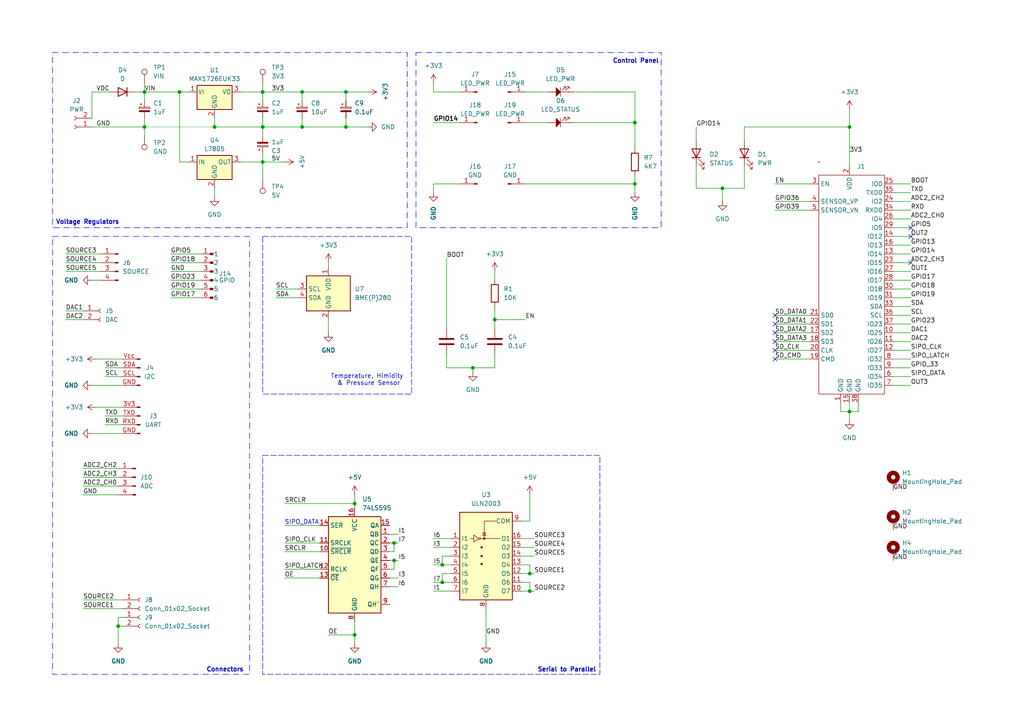
<source format=kicad_sch>
(kicad_sch (version 20231120) (generator "eeschema") (generator_version "8.0")
  (paper "A4")
  (junction (at 590.55 85.09))
  (junction (at 595.63 139.7))
  (junction (at 102.87 184.15))
  (junction (at 87.63 26.67))
  (junction (at 518.16 15.24))
  (junction (at 62.23 36.83))
  (junction (at 153.67 166.37))
  (junction (at 76.2 36.83))
  (junction (at 184.15 35.56))
  (junction (at 487.68 22.86))
  (junction (at 153.67 171.45))
  (junction (at 128.27 168.91))
  (junction (at 100.33 36.83))
  (junction (at 595.63 116.84))
  (junction (at 595.63 132.08))
  (junction (at 595.63 124.46))
  (junction (at 246.38 36.83))
  (junction (at 543.56 57.15))
  (junction (at 41.91 36.83))
  (junction (at 52.07 26.67))
  (junction (at 478.79 156.21))
  (junction (at 76.2 46.99))
  (junction (at 114.3 157.48))
  (junction (at 543.56 93.98))
  (junction (at 377.19 151.13))
  (junction (at 246.38 119.38))
  (junction (at 114.3 162.56))
  (junction (at 401.32 163.83))
  (junction (at 143.51 92.71))
  (junction (at 495.3 168.91))
  (junction (at 100.33 26.67))
  (junction (at 76.2 26.67))
  (junction (at 595.63 128.27))
  (junction (at 41.91 26.67))
  (junction (at 87.63 36.83))
  (junction (at 102.87 146.05))
  (junction (at 184.15 53.34))
  (junction (at 450.85 99.06))
  (junction (at 495.3 156.21))
  (junction (at 137.16 106.68))
  (junction (at 487.68 15.24))
  (junction (at 209.55 54.61))
  (junction (at 595.63 135.89))
  (junction (at 504.19 22.86))
  (junction (at 595.63 120.65))
  (junction (at 128.27 163.83))
  (junction (at 34.29 181.61))
  (no_connect (at 224.79 96.52))
  (no_connect (at 224.79 104.14))
  (no_connect (at 361.95 113.03))
  (no_connect (at 224.79 99.06))
  (no_connect (at 264.16 66.04))
  (no_connect (at 264.16 76.2))
  (no_connect (at 264.16 68.58))
  (no_connect (at 224.79 93.98))
  (no_connect (at 224.79 101.6))
  (no_connect (at 224.79 91.44))
  (wire (pts (xy 478.79 168.91) (xy 476.25 168.91)))
  (wire (pts (xy 114.3 162.56) (xy 114.3 165.1)))
  (wire (pts (xy 259.08 58.42) (xy 264.16 58.42)))
  (wire (pts (xy 553.72 62.23) (xy 556.26 62.23)))
  (wire (pts (xy 62.23 54.61) (xy 62.23 57.15)))
  (wire (pts (xy 52.07 26.67) (xy 54.61 26.67)))
  (wire (pts (xy 588.01 135.89) (xy 595.63 135.89)))
  (wire (pts (xy 482.6 95.25) (xy 492.76 95.25)))
  (wire (pts (xy 113.03 162.56) (xy 114.3 162.56)))
  (wire (pts (xy 224.79 101.6) (xy 234.95 101.6)))
  (wire (pts (xy 34.29 179.07) (xy 34.29 181.61)))
  (wire (pts (xy 30.48 109.22) (xy 35.56 109.22)))
  (wire (pts (xy 151.13 171.45) (xy 153.67 171.45)))
  (wire (pts (xy 41.91 36.83) (xy 62.23 36.83)) (stroke (width 0.0254)))
  (wire (pts (xy 482.6 97.79) (xy 492.76 97.79)))
  (wire (pts (xy 358.14 171.45) (xy 361.95 171.45)))
  (wire (pts (xy 102.87 180.34) (xy 102.87 184.15)))
  (wire (pts (xy 82.55 157.48) (xy 92.71 157.48)))
  (wire (pts (xy 572.77 120.65) (xy 580.39 120.65)))
  (wire (pts (xy 184.15 26.67) (xy 184.15 35.56)))
  (wire (pts (xy 615.95 24.13) (xy 622.3 24.13)))
  (wire (pts (xy 588.01 124.46) (xy 595.63 124.46)))
  (wire (pts (xy 184.15 50.8) (xy 184.15 53.34)))
  (wire (pts (xy 24.13 173.99) (xy 35.56 173.99)))
  (wire (pts (xy 129.54 106.68) (xy 137.16 106.68)))
  (wire (pts (xy 595.63 139.7) (xy 595.63 143.51)))
  (wire (pts (xy 41.91 26.67) (xy 52.07 26.67)))
  (wire (pts (xy 590.55 85.09) (xy 590.55 93.98)))
  (wire (pts (xy 259.08 63.5) (xy 264.16 63.5)))
  (wire (pts (xy 209.55 54.61) (xy 215.9 54.61)))
  (wire (pts (xy 588.01 120.65) (xy 595.63 120.65)))
  (wire (pts (xy 495.3 158.75) (xy 495.3 156.21)))
  (wire (pts (xy 377.19 151.13) (xy 382.27 151.13)))
  (wire (pts (xy 224.79 99.06) (xy 234.95 99.06)))
  (wire (pts (xy 54.61 46.99) (xy 52.07 46.99)))
  (wire (pts (xy 30.48 120.65) (xy 35.56 120.65)))
  (wire (pts (xy 495.3 156.21) (xy 504.19 156.21)))
  (wire (pts (xy 482.6 130.81) (xy 494.03 130.81)))
  (wire (pts (xy 518.16 62.23) (xy 533.4 62.23)))
  (wire (pts (xy 24.13 140.97) (xy 34.29 140.97)))
  (wire (pts (xy 401.32 142.24) (xy 401.32 146.05)))
  (wire (pts (xy 82.55 160.02) (xy 92.71 160.02)))
  (wire (pts (xy 604.52 48.26) (xy 604.52 59.69)))
  (wire (pts (xy 574.04 67.31) (xy 580.39 67.31)))
  (wire (pts (xy 246.38 31.75) (xy 246.38 36.83)))
  (wire (pts (xy 259.08 78.74) (xy 264.16 78.74)))
  (wire (pts (xy 128.27 163.83) (xy 130.81 163.83)))
  (wire (pts (xy 128.27 168.91) (xy 130.81 168.91)))
  (wire (pts (xy 259.08 81.28) (xy 264.16 81.28)))
  (wire (pts (xy 615.95 26.67) (xy 622.3 26.67)))
  (wire (pts (xy 615.95 19.05) (xy 622.3 19.05)))
  (wire (pts (xy 482.6 125.73) (xy 494.03 125.73)))
  (wire (pts (xy 553.72 77.47) (xy 556.26 77.47)))
  (wire (pts (xy 482.6 15.24) (xy 487.68 15.24)))
  (wire (pts (xy 27.94 104.14) (xy 35.56 104.14)))
  (wire (pts (xy 153.67 171.45) (xy 154.94 171.45)))
  (wire (pts (xy 572.77 128.27) (xy 580.39 128.27)))
  (wire (pts (xy 125.73 156.21) (xy 130.81 156.21)))
  (wire (pts (xy 389.89 151.13) (xy 393.7 151.13)))
  (wire (pts (xy 453.39 95.25) (xy 453.39 99.06)))
  (wire (pts (xy 62.23 34.29) (xy 62.23 36.83)))
  (wire (pts (xy 100.33 36.83) (xy 106.68 36.83)))
  (wire (pts (xy 151.13 156.21) (xy 154.94 156.21)))
  (wire (pts (xy 29.21 78.74) (xy 19.05 78.74)))
  (wire (pts (xy 551.22 22.73) (xy 558.84 22.73)))
  (wire (pts (xy 243.84 119.38) (xy 246.38 119.38)))
  (wire (pts (xy 114.3 157.48) (xy 115.57 157.48)))
  (wire (pts (xy 125.73 26.67) (xy 125.73 24.13)))
  (wire (pts (xy 76.2 34.29) (xy 76.2 36.83)))
  (wire (pts (xy 29.21 73.66) (xy 19.05 73.66)))
  (wire (pts (xy 259.08 53.34) (xy 264.16 53.34)))
  (wire (pts (xy 87.63 26.67) (xy 87.63 29.21)))
  (wire (pts (xy 504.19 22.86) (xy 504.19 26.67)))
  (wire (pts (xy 49.53 81.28) (xy 58.42 81.28)))
  (wire (pts (xy 595.63 120.65) (xy 595.63 124.46)))
  (wire (pts (xy 153.67 151.13) (xy 151.13 151.13)))
  (wire (pts (xy 574.04 62.23) (xy 580.39 62.23)))
  (wire (pts (xy 462.28 67.31) (xy 467.36 67.31)))
  (wire (pts (xy 201.93 36.83) (xy 201.93 40.64)))
  (wire (pts (xy 469.9 15.24) (xy 474.98 15.24)))
  (wire (pts (xy 49.53 83.82) (xy 58.42 83.82)))
  (wire (pts (xy 151.13 168.91) (xy 153.67 168.91)))
  (wire (pts (xy 26.67 81.28) (xy 29.21 81.28)))
  (wire (pts (xy 518.16 67.31) (xy 533.4 67.31)))
  (wire (pts (xy 102.87 146.05) (xy 102.87 147.32)))
  (wire (pts (xy 595.63 128.27) (xy 595.63 132.08)))
  (wire (pts (xy 458.47 168.91) (xy 461.01 168.91)))
  (wire (pts (xy 595.63 116.84) (xy 595.63 120.65)))
  (wire (pts (xy 504.19 163.83) (xy 504.19 168.91)))
  (wire (pts (xy 631.19 8.89) (xy 631.19 12.7)))
  (wire (pts (xy 604.52 59.69) (xy 600.71 59.69)))
  (wire (pts (xy 125.73 53.34) (xy 125.73 55.88)))
  (wire (pts (xy 615.95 77.47) (xy 621.03 77.47)))
  (wire (pts (xy 234.95 53.34) (xy 224.79 53.34)))
  (wire (pts (xy 358.14 173.99) (xy 361.95 173.99)))
  (wire (pts (xy 166.37 35.56) (xy 184.15 35.56)))
  (wire (pts (xy 133.35 26.67) (xy 125.73 26.67)))
  (wire (pts (xy 102.87 143.51) (xy 102.87 146.05)))
  (wire (pts (xy 26.67 26.67) (xy 31.75 26.67)))
  (wire (pts (xy 574.04 64.77) (xy 580.39 64.77)))
  (wire (pts (xy 243.84 116.84) (xy 243.84 119.38)))
  (wire (pts (xy 434.34 55.88) (xy 438.15 55.88)))
  (wire (pts (xy 588.01 132.08) (xy 595.63 132.08)))
  (wire (pts (xy 41.91 39.37) (xy 41.91 36.83)))
  (wire (pts (xy 19.05 90.17) (xy 24.13 90.17)))
  (wire (pts (xy 224.79 60.96) (xy 234.95 60.96)))
  (wire (pts (xy 543.56 48.26) (xy 543.56 57.15)))
  (wire (pts (xy 543.56 93.98) (xy 543.56 96.52)))
  (wire (pts (xy 504.19 161.29) (xy 506.73 161.29)))
  (wire (pts (xy 574.04 74.93) (xy 580.39 74.93)))
  (wire (pts (xy 49.53 76.2) (xy 58.42 76.2)))
  (wire (pts (xy 34.29 181.61) (xy 35.56 181.61)))
  (wire (pts (xy 27.94 118.11) (xy 35.56 118.11)))
  (wire (pts (xy 41.91 26.67) (xy 41.91 29.21)))
  (wire (pts (xy 143.51 88.9) (xy 143.51 92.71)))
  (wire (pts (xy 143.51 92.71) (xy 152.4 92.71)))
  (wire (pts (xy 153.67 163.83) (xy 153.67 166.37)))
  (wire (pts (xy 518.16 74.93) (xy 533.4 74.93)))
  (wire (pts (xy 259.08 106.68) (xy 264.16 106.68)))
  (wire (pts (xy 41.91 34.29) (xy 41.91 36.83)))
  (wire (pts (xy 209.55 58.42) (xy 209.55 54.61)))
  (wire (pts (xy 152.4 35.56) (xy 158.75 35.56)))
  (wire (pts (xy 615.95 74.93) (xy 621.03 74.93)))
  (wire (pts (xy 224.79 93.98) (xy 234.95 93.98)))
  (wire (pts (xy 153.67 143.51) (xy 153.67 151.13)))
  (wire (pts (xy 24.13 176.53) (xy 35.56 176.53)))
  (wire (pts (xy 486.41 173.99) (xy 487.68 173.99)))
  (wire (pts (xy 224.79 91.44) (xy 234.95 91.44)))
  (wire (pts (xy 113.03 160.02) (xy 114.3 160.02)))
  (wire (pts (xy 361.95 118.11) (xy 373.38 118.11)))
  (wire (pts (xy 113.03 167.64) (xy 115.57 167.64)))
  (wire (pts (xy 215.9 48.26) (xy 215.9 54.61)))
  (wire (pts (xy 52.07 26.67) (xy 52.07 46.99)))
  (wire (pts (xy 259.08 101.6) (xy 264.16 101.6)))
  (wire (pts (xy 342.9 113.03) (xy 346.71 113.03)))
  (wire (pts (xy 35.56 179.07) (xy 34.29 179.07)))
  (wire (pts (xy 76.2 46.99) (xy 82.55 46.99)))
  (wire (pts (xy 41.91 24.13) (xy 41.91 26.67)))
  (wire (pts (xy 76.2 36.83) (xy 87.63 36.83)))
  (wire (pts (xy 588.01 128.27) (xy 595.63 128.27)))
  (wire (pts (xy 259.08 104.14) (xy 264.16 104.14)))
  (wire (pts (xy 152.4 26.67) (xy 158.75 26.67)))
  (wire (pts (xy 567.73 10.03) (xy 567.73 13.84)))
  (wire (pts (xy 151.13 161.29) (xy 154.94 161.29)))
  (wire (pts (xy 401.32 156.21) (xy 401.32 163.83)))
  (wire (pts (xy 631.19 33.02) (xy 631.19 35.56)))
  (wire (pts (xy 259.08 93.98) (xy 264.16 93.98)))
  (wire (pts (xy 462.28 69.85) (xy 467.36 69.85)))
  (wire (pts (xy 143.51 102.87) (xy 143.51 106.68)))
  (wire (pts (xy 215.9 36.83) (xy 215.9 40.64)))
  (wire (pts (xy 82.55 152.4) (xy 92.71 152.4)))
  (wire (pts (xy 504.19 156.21) (xy 504.19 161.29)))
  (wire (pts (xy 553.72 69.85) (xy 556.26 69.85)))
  (wire (pts (xy 482.6 134.62) (xy 482.6 130.81)))
  (wire (pts (xy 600.71 69.85) (xy 605.79 69.85)))
  (wire (pts (xy 80.01 86.36) (xy 86.36 86.36)))
  (wire (pts (xy 151.13 163.83) (xy 153.67 163.83)))
  (wire (pts (xy 35.56 111.76) (xy 26.67 111.76)))
  (wire (pts (xy 151.13 158.75) (xy 154.94 158.75)))
  (wire (pts (xy 495.3 156.21) (xy 478.79 156.21)))
  (wire (pts (xy 30.48 123.19) (xy 35.56 123.19)))
  (wire (pts (xy 476.25 173.99) (xy 478.79 173.99)))
  (wire (pts (xy 125.73 35.56) (xy 133.35 35.56)))
  (wire (pts (xy 87.63 26.67) (xy 100.33 26.67)))
  (wire (pts (xy 595.63 113.03) (xy 595.63 116.84)))
  (wire (pts (xy 201.93 54.61) (xy 209.55 54.61)))
  (wire (pts (xy 76.2 36.83) (xy 76.2 39.37)))
  (wire (pts (xy 259.08 55.88) (xy 264.16 55.88)))
  (wire (pts (xy 453.39 99.06) (xy 450.85 99.06)))
  (wire (pts (xy 259.08 99.06) (xy 264.16 99.06)))
  (wire (pts (xy 574.04 77.47) (xy 580.39 77.47)))
  (wire (pts (xy 462.28 62.23) (xy 467.36 62.23)))
  (wire (pts (xy 143.51 92.71) (xy 143.51 95.25)))
  (wire (pts (xy 201.93 48.26) (xy 201.93 54.61)))
  (wire (pts (xy 102.87 184.15) (xy 102.87 186.69)))
  (wire (pts (xy 553.72 74.93) (xy 556.26 74.93)))
  (wire (pts (xy 450.85 95.25) (xy 450.85 99.06)))
  (wire (pts (xy 449.58 27.94) (xy 449.58 31.75)))
  (wire (pts (xy 434.34 58.42) (xy 438.15 58.42)))
  (wire (pts (xy 518.16 77.47) (xy 533.4 77.47)))
  (wire (pts (xy 533.4 57.15) (xy 543.56 57.15)))
  (wire (pts (xy 553.72 72.39) (xy 556.26 72.39)))
  (wire (pts (xy 551.22 20.19) (xy 558.84 20.19)))
  (wire (pts (xy 100.33 26.67) (xy 100.33 29.21)))
  (wire (pts (xy 482.6 128.27) (xy 494.03 128.27)))
  (wire (pts (xy 358.14 166.37) (xy 361.95 166.37)))
  (wire (pts (xy 487.68 16.51) (xy 487.68 15.24)))
  (wire (pts (xy 482.6 123.19) (xy 494.03 123.19)))
  (wire (pts (xy 518.16 22.86) (xy 504.19 22.86)))
  (wire (pts (xy 588.01 139.7) (xy 595.63 139.7)))
  (wire (pts (xy 62.23 36.83) (xy 76.2 36.83)))
  (wire (pts (xy 401.32 163.83) (xy 401.32 172.72)))
  (wire (pts (xy 358.14 168.91) (xy 361.95 168.91)))
  (wire (pts (xy 361.95 115.57) (xy 373.38 115.57)))
  (wire (pts (xy 259.08 86.36) (xy 264.16 86.36)))
  (wire (pts (xy 224.79 104.14) (xy 234.95 104.14)))
  (wire (pts (xy 485.14 90.17) (xy 492.76 90.17)))
  (wire (pts (xy 450.85 99.06) (xy 450.85 101.6)))
  (wire (pts (xy 543.56 90.17) (xy 543.56 93.98)))
  (wire (pts (xy 76.2 29.21) (xy 76.2 26.67)))
  (wire (pts (xy 615.95 67.31) (xy 621.03 67.31)))
  (wire (pts (xy 80.01 83.82) (xy 86.36 83.82)))
  (wire (pts (xy 259.08 60.96) (xy 264.16 60.96)))
  (wire (pts (xy 76.2 46.99) (xy 76.2 52.07)))
  (wire (pts (xy 472.44 22.86) (xy 487.68 22.86)))
  (wire (pts (xy 125.73 168.91) (xy 128.27 168.91)))
  (wire (pts (xy 572.77 135.89) (xy 580.39 135.89)))
  (wire (pts (xy 259.08 71.12) (xy 264.16 71.12)))
  (wire (pts (xy 259.08 88.9) (xy 264.16 88.9)))
  (wire (pts (xy 469.9 17.78) (xy 472.44 17.78)))
  (wire (pts (xy 574.04 69.85) (xy 580.39 69.85)))
  (wire (pts (xy 615.95 80.01) (xy 621.03 80.01)))
  (wire (pts (xy 553.72 67.31) (xy 556.26 67.31)))
  (wire (pts (xy 26.67 36.83) (xy 41.91 36.83)))
  (wire (pts (xy 401.32 163.83) (xy 393.7 163.83)))
  (wire (pts (xy 24.13 138.43) (xy 34.29 138.43)))
  (wire (pts (xy 125.73 53.34) (xy 133.35 53.34)))
  (wire (pts (xy 482.6 100.33) (xy 482.6 97.79)))
  (wire (pts (xy 125.73 171.45) (xy 130.81 171.45)))
  (wire (pts (xy 377.19 142.24) (xy 377.19 151.13)))
  (wire (pts (xy 511.81 15.24) (xy 518.16 15.24)))
  (wire (pts (xy 572.77 116.84) (xy 580.39 116.84)))
  (wire (pts (xy 224.79 58.42) (xy 234.95 58.42)))
  (wire (pts (xy 615.95 62.23) (xy 621.03 62.23)))
  (wire (pts (xy 495.3 179.07) (xy 495.3 182.88)))
  (wire (pts (xy 113.03 154.94) (xy 115.57 154.94)))
  (wire (pts (xy 35.56 125.73) (xy 26.67 125.73)))
  (wire (pts (xy 600.71 77.47) (xy 605.79 77.47)))
  (wire (pts (xy 572.77 124.46) (xy 580.39 124.46)))
  (wire (pts (xy 259.08 76.2) (xy 264.16 76.2)))
  (wire (pts (xy 100.33 34.29) (xy 100.33 36.83)))
  (wire (pts (xy 506.73 163.83) (xy 504.19 163.83)))
  (wire (pts (xy 590.55 93.98) (xy 543.56 93.98)))
  (wire (pts (xy 327.66 113.03) (xy 335.28 113.03)))
  (wire (pts (xy 95.25 76.2) (xy 95.25 77.47)))
  (wire (pts (xy 49.53 86.36) (xy 58.42 86.36)))
  (wire (pts (xy 246.38 119.38) (xy 246.38 121.92)))
  (wire (pts (xy 259.08 68.58) (xy 264.16 68.58)))
  (wire (pts (xy 600.71 74.93) (xy 605.79 74.93)))
  (wire (pts (xy 615.95 82.55) (xy 621.03 82.55)))
  (wire (pts (xy 259.08 96.52) (xy 264.16 96.52)))
  (wire (pts (xy 595.63 135.89) (xy 595.63 139.7)))
  (wire (pts (xy 259.08 111.76) (xy 264.16 111.76)))
  (wire (pts (xy 478.79 156.21) (xy 478.79 168.91)))
  (wire (pts (xy 76.2 44.45) (xy 76.2 46.99)))
  (wire (pts (xy 125.73 158.75) (xy 130.81 158.75)))
  (wire (pts (xy 82.55 165.1) (xy 92.71 165.1)))
  (wire (pts (xy 246.38 36.83) (xy 246.38 48.26)))
  (wire (pts (xy 129.54 74.93) (xy 129.54 95.25)))
  (wire (pts (xy 572.77 139.7) (xy 580.39 139.7)))
  (wire (pts (xy 600.71 72.39) (xy 605.79 72.39)))
  (wire (pts (xy 485.14 118.11) (xy 494.03 118.11)))
  (wire (pts (xy 384.81 163.83) (xy 386.08 163.83)))
  (wire (pts (xy 462.28 72.39) (xy 467.36 72.39)))
  (wire (pts (xy 344.17 123.19) (xy 344.17 118.11)))
  (wire (pts (xy 184.15 53.34) (xy 184.15 55.88)))
  (wire (pts (xy 153.67 168.91) (xy 153.67 171.45)))
  (wire (pts (xy 455.93 173.99) (xy 461.01 173.99)))
  (wire (pts (xy 69.85 46.99) (xy 76.2 46.99)))
  (wire (pts (xy 69.85 26.67) (xy 76.2 26.67)))
  (wire (pts (xy 518.16 21.59) (xy 518.16 22.86)))
  (wire (pts (xy 472.44 17.78) (xy 472.44 22.86)))
  (wire (pts (xy 600.71 64.77) (xy 605.79 64.77)))
  (wire (pts (xy 518.16 69.85) (xy 533.4 69.85)))
  (wire (pts (xy 19.05 92.71) (xy 24.13 92.71)))
  (wire (pts (xy 34.29 181.61) (xy 34.29 186.69)))
  (wire (pts (xy 82.55 146.05) (xy 102.87 146.05)))
  (wire (pts (xy 248.92 119.38) (xy 246.38 119.38)))
  (wire (pts (xy 377.19 168.91) (xy 377.19 172.72)))
  (wire (pts (xy 535.94 93.98) (xy 543.56 93.98)))
  (wire (pts (xy 153.67 166.37) (xy 154.94 166.37)))
  (wire (pts (xy 440.69 168.91) (xy 450.85 168.91)))
  (wire (pts (xy 574.04 72.39) (xy 580.39 72.39)))
  (wire (pts (xy 259.08 66.04) (xy 264.16 66.04)))
  (wire (pts (xy 113.03 157.48) (xy 114.3 157.48)))
  (wire (pts (xy 259.08 109.22) (xy 264.16 109.22)))
  (wire (pts (xy 358.14 163.83) (xy 361.95 163.83)))
  (wire (pts (xy 518.16 16.51) (xy 518.16 15.24)))
  (wire (pts (xy 482.6 120.65) (xy 494.03 120.65)))
  (wire (pts (xy 248.92 116.84) (xy 248.92 119.38)))
  (wire (pts (xy 600.71 67.31) (xy 605.79 67.31)))
  (wire (pts (xy 590.55 82.55) (xy 590.55 85.09)))
  (wire (pts (xy 553.72 64.77) (xy 556.26 64.77)))
  (wire (pts (xy 588.01 113.03) (xy 595.63 113.03)))
  (wire (pts (xy 588.01 116.84) (xy 595.63 116.84)))
  (wire (pts (xy 34.29 135.89) (xy 24.13 135.89)))
  (wire (pts (xy 448.31 99.06) (xy 450.85 99.06)))
  (wire (pts (xy 482.6 92.71) (xy 492.76 92.71)))
  (wire (pts (xy 448.31 95.25) (xy 448.31 99.06)))
  (wire (pts (xy 184.15 35.56) (xy 184.15 43.18)))
  (wire (pts (xy 95.25 184.15) (xy 102.87 184.15)))
  (wire (pts (xy 259.08 83.82) (xy 264.16 83.82)))
  (wire (pts (xy 76.2 24.13) (xy 76.2 26.67)))
  (wire (pts (xy 130.81 166.37) (xy 128.27 166.37)))
  (wire (pts (xy 259.08 73.66) (xy 264.16 73.66)))
  (wire (pts (xy 615.95 64.77) (xy 621.03 64.77)))
  (wire (pts (xy 130.81 161.29) (xy 128.27 161.29)))
  (wire (pts (xy 487.68 15.24) (xy 496.57 15.24)))
  (wire (pts (xy 518.16 15.24) (xy 525.78 15.24)))
  (wire (pts (xy 462.28 44.45) (xy 467.36 44.45)))
  (wire (pts (xy 574.04 80.01) (xy 580.39 80.01)))
  (wire (pts (xy 487.68 22.86) (xy 504.19 22.86)))
  (wire (pts (xy 143.51 78.74) (xy 143.51 81.28)))
  (wire (pts (xy 495.3 166.37) (xy 495.3 168.91)))
  (wire (pts (xy 125.73 163.83) (xy 128.27 163.83)))
  (wire (pts (xy 87.63 34.29) (xy 87.63 36.83)))
  (wire (pts (xy 487.68 21.59) (xy 487.68 22.86)))
  (wire (pts (xy 49.53 73.66) (xy 58.42 73.66)))
  (wire (pts (xy 30.48 106.68) (xy 35.56 106.68)))
  (wire (pts (xy 600.71 80.01) (xy 605.79 80.01)))
  (wire (pts (xy 259.08 91.44) (xy 264.16 91.44)))
  (wire (pts (xy 26.67 26.67) (xy 26.67 34.29)))
  (wire (pts (xy 615.95 21.59) (xy 622.3 21.59)))
  (wire (pts (xy 358.14 161.29) (xy 361.95 161.29)))
  (wire (pts (xy 152.4 53.34) (xy 184.15 53.34)))
  (wire (pts (xy 137.16 106.68) (xy 137.16 107.95)))
  (wire (pts (xy 24.13 143.51) (xy 34.29 143.51)))
  (wire (pts (xy 224.79 96.52) (xy 234.95 96.52)))
  (wire (pts (xy 377.19 151.13) (xy 377.19 158.75)))
  (wire (pts (xy 572.77 132.08) (xy 580.39 132.08)))
  (wire (pts (xy 128.27 161.29) (xy 128.27 163.83)))
  (wire (pts (xy 113.03 165.1) (xy 114.3 165.1)))
  (wire (pts (xy 113.03 170.18) (xy 115.57 170.18)))
  (wire (pts (xy 95.25 92.71) (xy 95.25 96.52)))
  (wire (pts (xy 567.73 29.08) (xy 567.73 34.16)))
  (wire (pts (xy 595.63 124.46) (xy 595.63 128.27)))
  (wire (pts (xy 129.54 102.87) (xy 129.54 106.68)))
  (wire (pts (xy 478.79 153.67) (xy 478.79 156.21)))
  (wire (pts (xy 151.13 166.37) (xy 153.67 166.37)))
  (wire (pts (xy 140.97 176.53) (xy 140.97 186.69)))
  (wire (pts (xy 76.2 26.67) (xy 87.63 26.67)))
  (wire (pts (xy 452.12 27.94) (xy 452.12 31.75)))
  (wire (pts (xy 49.53 78.74) (xy 58.42 78.74)))
  (wire (pts (xy 29.21 76.2) (xy 19.05 76.2)))
  (wire (pts (xy 344.17 118.11) (xy 346.71 118.11)))
  (wire (pts (xy 137.16 106.68) (xy 143.51 106.68)))
  (wire (pts (xy 215.9 36.83) (xy 246.38 36.83)))
  (wire (pts (xy 504.19 168.91) (xy 495.3 168.91)))
  (wire (pts (xy 114.3 162.56) (xy 115.57 162.56)))
  (wire (pts (xy 455.93 182.88) (xy 455.93 173.99)))
  (wire (pts (xy 128.27 166.37) (xy 128.27 168.91)))
  (wire (pts (xy 246.38 116.84) (xy 246.38 119.38)))
  (wire (pts (xy 595.63 132.08) (xy 595.63 135.89)))
  (wire (pts (xy 615.95 72.39) (xy 621.03 72.39)))
  (wire (pts (xy 114.3 160.02) (xy 114.3 157.48)))
  (wire (pts (xy 553.72 80.01) (xy 556.26 80.01)))
  (wire (pts (xy 580.39 113.03) (xy 572.77 113.03)))
  (wire (pts (xy 600.71 62.23) (xy 605.79 62.23)))
  (wire (pts (xy 166.37 26.67) (xy 184.15 26.67)))
  (wire (pts (xy 87.63 36.83) (xy 100.33 36.83)))
  (wire (pts (xy 462.28 64.77) (xy 467.36 64.77)))
  (wire (pts (xy 615.95 69.85) (xy 621.03 69.85)))
  (wire (pts (xy 100.33 26.67) (xy 106.68 26.67)))
  (wire (pts (xy 39.37 26.67) (xy 41.91 26.67)))
  (wire (pts (xy 82.55 167.64) (xy 92.71 167.64)))
  (rectangle (start 328.93 137.16) (end 412.75 186.69) (stroke (width 0) (type dash_dot)))
  (rectangle (start 76.2 132.08) (end 173.99 195.58) (stroke (width 0) (type dash)))
  (rectangle (start 15.24 68.58) (end 72.39 195.58) (stroke (width 0) (type dash_dot)))
  (rectangle (start 76.2 68.58) (end 119.38 114.3) (stroke (width 0) (type dash)))
  (rectangle (start 120.65 15.24) (end 191.77 66.04) (stroke (width 0) (type dash_dot)))
  (rectangle (start 15.24 15.24) (end 118.11 66.04) (stroke (width 0) (type dash_dot)))
  (text "Voltage Regulators" (at 25.4 63.754 0) (effects (font (size 1.27 1.27) (thickness 0.254) (bold yes)) (justify top)))
  (text "UART Programmer" (at 401.828 184.912 0) (effects (font (size 1.27 1.27))))
  (text "Control Panel " (at 184.912 17.78 0) (effects (font (size 1.27 1.27) (thickness 0.254) (bold yes))))
  (text "Connectors\n" (at 65.278 194.31 0) (effects (font (size 1.27 1.27) (thickness 0.254) (bold yes))))
  (text "Serial to Parallel" (at 172.974 195.072 0) (effects (font (size 1.27 1.27) (bold yes)) (justify right bottom)))
  (text "Temperature, Himidity \n& Pressure Sensor" (at 106.934 110.236 0) (effects (font (size 1.27 1.27))))
  (label "SIPO_DATA" (at 264.16 109.22 0))
  (label "VIN" (at 487.68 15.24 0))
  (label "SOURCE5" (at 154.94 161.29 0))
  (label "GND" (at 259.08 142.24 0))
  (label "SPI-SDA" (at 482.6 120.65 0))
  (label "SRCLR-2" (at 518.16 69.85 0))
  (label "SOURCE3" (at 19.05 73.66 0))
  (label "O8" (at 605.79 80.01 0))
  (label "SOURCE4" (at 19.05 76.2 0))
  (label "SD_DATA1" (at 224.79 93.98 0))
  (label "SOURCE1" (at 24.13 176.53 0))
  (label "I7" (at 115.57 157.48 0))
  (label "TXD" (at 361.95 166.37 0))
  (label "GPIO5" (at 264.16 66.04 0))
  (label "SOURCE5" (at 19.05 78.74 0))
  (label "RTS" (at 401.32 172.72 0))
  (label "ADC2_CH2" (at 264.16 58.42 0))
  (label "OUT1" (at 264.16 78.74 0))
  (label "SPI-SDO" (at 482.6 128.27 0))
  (label "SPI-SCL" (at 467.36 62.23 0))
  (label "GPIO_33" (at 264.16 106.68 0))
  (label "O5" (at 605.79 72.39 0))
  (label "QD-2" (at 556.26 67.31 0))
  (label "O7" (at 615.95 74.93 0))
  (label "I3" (at 115.57 167.64 0))
  (label "O3" (at 605.79 67.31 0))
  (label "OE-2" (at 518.16 77.47 0))
  (label "O1" (at 615.95 62.23 0))
  (label "QG-2" (at 556.26 77.47 0))
  (label "OUT2" (at 264.16 68.58 0))
  (label "3V3" (at 361.95 161.29 0))
  (label "SD_DATA0" (at 224.79 91.44 0))
  (label "QE-2" (at 574.04 72.39 0))
  (label "QB-2" (at 572.77 116.84 180))
  (label "QA-2" (at 556.26 62.23 0))
  (label "EN" (at 401.32 142.24 0))
  (label "D5" (at 615.95 24.13 0))
  (label "GPIO23" (at 264.16 93.98 0))
  (label "VDC" (at 27.94 26.67 0))
  (label "GPIO13" (at 264.16 71.12 0))
  (label "SCL" (at 80.01 83.82 0))
  (label "QD-2" (at 572.77 124.46 180))
  (label "QF-2" (at 556.26 72.39 0))
  (label "SIPO_CLK" (at 82.55 157.48 0))
  (label "QF-2" (at 572.77 132.08 180))
  (label "SD_CLK" (at 224.79 101.6 0))
  (label "SPI-CSB" (at 482.6 125.73 0))
  (label "DAC2" (at 19.05 92.71 0))
  (label "OE" (at 95.25 184.15 0))
  (label "TXD" (at 264.16 55.88 0))
  (label "O5" (at 615.95 80.01 0))
  (label "GND" (at 615.95 82.55 0))
  (label "I1" (at 125.73 171.45 0))
  (label "BOOT" (at 129.54 74.93 0))
  (label "QB-2" (at 574.04 80.01 0))
  (label "ADC2_CH2" (at 24.13 135.89 0))
  (label "O7" (at 605.79 77.47 0))
  (label "SDA" (at 264.16 88.9 0))
  (label "D19" (at 615.95 26.67 0))
  (label "SD_CMD" (at 224.79 104.14 0))
  (label "ADC2_CH0" (at 24.13 140.97 0))
  (label "O8" (at 615.95 72.39 0))
  (label "SD_DATA3" (at 224.79 99.06 0))
  (label "SIPO_LATCH" (at 82.55 165.1 0))
  (label "QA-2" (at 572.77 113.03 180))
  (label "I5" (at 115.57 162.56 0))
  (label "GPIO17" (at 264.16 81.28 0))
  (label "GPIO23" (at 49.53 81.28 0))
  (label "SRCLR-2" (at 533.4 57.15 0))
  (label "3V3" (at 452.12 27.94 0))
  (label "GPIO5" (at 49.53 73.66 0))
  (label "DTR" (at 377.19 142.24 0))
  (label "GPIO13" (at 440.69 168.91 0))
  (label "SD_DATA2" (at 224.79 96.52 0))
  (label "O3" (at 615.95 67.31 0))
  (label "SDA-2" (at 551.22 22.73 0))
  (label "SPI-SCL" (at 482.6 123.19 0))
  (label "GND" (at 24.13 143.51 0))
  (label "EN" (at 152.4 92.71 0))
  (label "D18" (at 615.95 19.05 0))
  (label "RTS" (at 361.95 171.45 0))
  (label "QH-2" (at 556.26 74.93 0))
  (label "D23" (at 615.95 21.59 0))
  (label "SCL" (at 264.16 91.44 0))
  (label "SIPO_LATCH" (at 264.16 104.14 0))
  (label "QH-2" (at 574.04 64.77 0))
  (label "GPIO18" (at 264.16 83.82 0))
  (label "GPIO14" (at 201.93 36.83 0))
  (label "GPIO14" (at 264.16 73.66 0))
  (label "V1-" (at 363.22 118.11 0))
  (label "BOOT" (at 377.19 172.72 0))
  (label "RX" (at 434.34 55.88 0))
  (label "RXD" (at 30.48 123.19 0))
  (label "GPIO27" (at 327.66 113.03 0))
  (label "O1" (at 605.79 62.23 0))
  (label "SCL" (at 30.48 109.22 0))
  (label "QG-2" (at 574.04 67.31 0))
  (label "GND" (at 361.95 163.83 0))
  (label "SIPO_CLK" (at 264.16 101.6 0))
  (label "GND" (at 49.53 78.74 0))
  (label "I6" (at 125.73 156.21 0))
  (label "3V3" (at 246.38 44.45 0))
  (label "QE-2" (at 572.77 128.27 180))
  (label "ADC2_CH3" (at 264.16 76.2 0))
  (label "SPI-SDO" (at 467.36 64.77 0))
  (label "OUT3" (at 264.16 111.76 0))
  (label "SCL-2" (at 482.6 95.25 0))
  (label "GPIO39" (at 224.79 60.96 0))
  (label "I5" (at 125.73 163.83 0))
  (label "O4" (at 615.95 69.85 0))
  (label "SOURCE1" (at 154.94 166.37 0))
  (label "SPI-CSB" (at 467.36 44.45 0))
  (label "SPI-SDA" (at 467.36 72.39 0))
  (label "QC-2" (at 556.26 64.77 0))
  (label "O6" (at 615.95 77.47 0))
  (label "GND" (at 259.08 153.67 0))
  (label "GPIO17" (at 49.53 86.36 0))
  (label "GPIO18" (at 49.53 76.2 0))
  (label "SIPO_DATA-2" (at 518.16 62.23 0))
  (label "SOURCE2" (at 154.94 171.45 0))
  (label "BOOT" (at 264.16 53.34 0))
  (label "OE-2" (at 535.94 93.98 0))
  (label "RXD" (at 361.95 168.91 0))
  (label "SRCLR" (at 82.55 146.05 0))
  (label "SOURCE3" (at 154.94 156.21 0))
  (label "5V" (at 514.35 15.24 0))
  (label "O2" (at 605.79 64.77 0))
  (label "DTR" (at 361.95 173.99 0))
  (label "ADC2_CH0" (at 264.16 63.5 0))
  (label "5V" (at 78.74 46.99 0))
  (label "ADC2_CH3" (at 24.13 138.43 0))
  (label "SCL-2" (at 551.22 20.19 0))
  (label "SIPO_CLK-2" (at 518.16 67.31 0))
  (label "GND" (at 259.08 162.56 0))
  (label "VIN" (at 41.91 26.67 0))
  (label "SDA-2" (at 482.6 92.71 0))
  (label "QC-2" (at 574.04 77.47 0))
  (label "DAC2" (at 264.16 99.06 0))
  (label "O4" (at 605.79 69.85 0))
  (label "SDA" (at 80.01 86.36 0))
  (label "TX" (at 434.34 58.42 0))
  (label "QH-2" (at 572.77 139.7 180))
  (label "DAC1" (at 264.16 96.52 0))
  (label "3V3" (at 78.74 26.67 0))
  (label "OE" (at 82.55 167.64 0))
  (label "O2" (at 615.95 64.77 0))
  (label "SDA" (at 30.48 106.68 0))
  (label "QD-2" (at 574.04 74.93 0))
  (label "QE-2" (at 556.26 69.85 0))
  (label "SRCLR" (at 82.55 160.02 0))
  (label "GPIO19" (at 49.53 83.82 0))
  (label "QF-2" (at 574.04 69.85 0))
  (label "GPIO36" (at 224.79 58.42 0))
  (label "GPIO19" (at 264.16 86.36 0))
  (label "SCL-2" (at 467.36 69.85 0))
  (label "I3" (at 125.73 158.75 0))
  (label "GND" (at 27.94 36.83 0))
  (label "SIPO_LATCH-2" (at 518.16 74.93 0))
  (label "I1" (at 115.57 154.94 0))
  (label "V1+" (at 363.22 115.57 0))
  (label "DAC1" (at 19.05 90.17 0))
  (label "EN" (at 224.79 53.34 0))
  (label "VDC" (at 469.9 15.24 0))
  (label "I6" (at 115.57 170.18 0))
  (label "SIPO_DATA" (at 82.55 152.4 0))
  (label "QB-2" (at 556.26 80.01 0))
  (label "QC-2" (at 572.77 120.65 180))
  (label "GND" (at 140.97 184.15 0))
  (label "GPIO14" (at 125.73 35.56 0) (effects (font (bold yes))))
  (label "SOURCE4" (at 154.94 158.75 0))
  (label "I7" (at 125.73 168.91 0))
  (label "GND" (at 477.52 22.86 0))
  (label "TXD" (at 30.48 120.65 0))
  (label "SDA-2" (at 467.36 67.31 0))
  (label "QA-2" (at 574.04 62.23 0))
  (label "SOURCE2" (at 24.13 173.99 0))
  (label "RXD" (at 264.16 60.96 0))
  (label "QG-2" (at 572.77 135.89 180))
  (label "O6" (at 605.79 74.93 0))
  (symbol (lib_id "Connector:Conn_01x02_Socket") (at 29.21 90.17 0) (unit 1)
    (property "Reference" "J5" (at 30.48 90.1699 0) (effects (justify left)))
    (property "Value" "DAC" (at 30.48 92.7099 0) (effects (justify left)))
    (property "Footprint" "Connector_PinSocket_2.54mm:PinSocket_1x02_P2.54mm_Vertical" (effects (hide yes)))
  )
  (symbol (lib_id "power:GND") (at 631.19 35.56 0) (unit 1)
    (property "Reference" "#PWR042" (effects (hide yes)))
    (property "Value" "GND" (at 631.19 40.64 0))
  )
  (symbol (lib_id "power:GND") (at 106.68 36.83 90) (unit 1)
    (property "Reference" "#PWR03" (effects (hide yes)))
    (property "Value" "GND" (at 110.49 36.8299 90) (effects (justify right)))
  )
  (symbol (lib_name "+5V_1") (lib_id "power:+5V") (at 604.52 48.26 0) (unit 1)
    (property "Reference" "#PWR039" (effects (hide yes)))
    (property "Value" "+5V" (at 604.52 43.18 0))
    (property "Description" "Power symbol creates a global label with name \"+5V\"" (effects (hide yes)))
  )
  (symbol (lib_id "Device:R") (at 389.89 163.83 270) (unit 1) (on_board no)
    (property "Reference" "R3" (at 389.89 157.48 90))
    (property "Value" "10K" (at 389.89 160.02 90))
    (property "Footprint" "Resistor_SMD:R_1210_3225Metric_Pad1.30x2.65mm_HandSolder" (effects (hide yes)))
    (property "Description" "Resistor" (effects (hide yes)))
  )
  (symbol (lib_id "Connector:Conn_01x04_Pin") (at 39.37 138.43 0) (mirror y) (unit 1)
    (property "Reference" "J10" (at 40.64 138.4299 0) (effects (justify right)))
    (property "Value" "ADC" (at 40.64 140.9699 0) (effects (justify right)))
    (property "Footprint" "Connector_PinSocket_2.54mm:PinSocket_1x04_P2.54mm_Vertical" (effects (hide yes)))
  )
  (symbol (lib_name "+3V3_2") (lib_id "power:+3V3") (at 631.19 8.89 0) (unit 1)
    (property "Reference" "#PWR043" (effects (hide yes)))
    (property "Value" "+3V3" (at 631.19 5.08 0))
    (property "Description" "Power symbol creates a global label with name \"+3V3\"" (effects (hide yes)))
  )
  (symbol (lib_id "Device:LED") (at 584.2 135.89 180) (unit 1)
    (property "Reference" "D14" (at 585.7875 128.27 0))
    (property "Value" "PWR" (at 585.7875 130.81 0))
    (property "Footprint" "LED_SMD:LED_1210_3225Metric_Pad1.42x2.65mm_HandSolder" (effects (hide yes)))
    (property "Description" "Light emitting diode" (effects (hide yes)))
  )
  (symbol (lib_id "Device:C_Polarized_Small") (at 518.16 19.05 0) (mirror x) (unit 1)
    (property "Reference" "C7" (at 520.7 20.8661 0) (effects (justify left)))
    (property "Value" "1uF" (at 520.7 18.3261 0) (effects (justify left)))
    (property "Footprint" "Capacitor_THT:CP_Radial_D4.0mm_P2.00mm" (effects (hide yes)))
  )
  (symbol (lib_id "power:+3V3") (at 95.25 76.2 0) (unit 1)
    (property "Reference" "#PWR022" (effects (hide yes)))
    (property "Value" "+3V3" (at 95.25 71.12 0))
  )
  (symbol (lib_id "power:GND") (at 26.67 81.28 270) (unit 1)
    (property "Reference" "#PWR023" (effects (hide yes)))
    (property "Value" "GND" (at 22.86 81.28 90) (effects (font (bold yes)) (justify right)))
  )
  (symbol (lib_id "power:+3V3") (at 27.94 118.11 90) (unit 1)
    (property "Reference" "#PWR06" (effects (hide yes)))
    (property "Value" "+3V3" (at 24.13 118.1099 90) (effects (justify left)))
  )
  (symbol (lib_id "power:GND") (at 567.73 34.16 0) (unit 1)
    (property "Reference" "#PWR032" (effects (hide yes)))
    (property "Value" "GND" (at 567.73 39.24 0))
  )
  (symbol (lib_id "Device:LED") (at 584.2 124.46 180) (unit 1)
    (property "Reference" "D11" (at 585.7875 116.84 0))
    (property "Value" "PWR" (at 585.7875 119.38 0))
    (property "Footprint" "LED_SMD:LED_1210_3225Metric_Pad1.42x2.65mm_HandSolder" (effects (hide yes)))
    (property "Description" "Light emitting diode" (effects (hide yes)))
  )
  (symbol (lib_id "Alexander Symbol Library:BME(P)280") (at 96.52 87.63 0) (unit 1)
    (property "Reference" "U7" (at 102.87 83.8199 0) (effects (justify left)))
    (property "Value" "BME(P)280" (at 102.87 86.3599 0) (effects (justify left)))
    (property "Footprint" "Alexander Footprint Library:BME280_BMP280_I2C" (effects (hide yes)))
    (property "Description" "Absolute Barometric Pressure Sensor" (effects (hide yes)))
  )
  (symbol (lib_id "Device:LED") (at 201.93 44.45 90) (unit 1)
    (property "Reference" "D2" (at 205.74 44.7674 90) (effects (justify right)))
    (property "Value" "STATUS" (at 205.74 47.3074 90) (effects (justify right)))
    (property "Footprint" "LED_SMD:LED_1210_3225Metric_Pad1.42x2.65mm_HandSolder" (effects (hide yes)))
    (property "Description" "Light emitting diode" (effects (hide yes)))
  )
  (symbol (lib_id "Connector:Conn_01x01_Pin") (at 147.32 35.56 0) (mirror x) (unit 1)
    (property "Reference" "J19" (at 147.955 30.48 0))
    (property "Value" "LED_PWR" (at 147.955 33.02 0))
    (property "Footprint" "Alexander Footprint Library:Pad_1x01_P2.54_SMD" (effects (hide yes)))
    (property "Description" "Generic connector, single row, 01x01, script generated" (effects (hide yes)))
  )
  (symbol (lib_id "power:+3V3") (at 27.94 104.14 90) (unit 1)
    (property "Reference" "#PWR08" (effects (hide yes)))
    (property "Value" "+3V3" (at 24.13 104.14 90) (effects (justify left)))
  )
  (symbol (lib_id "Regulator_Linear:L7805") (at 504.19 15.24 0) (unit 1)
    (property "Reference" "U9" (at 504.19 8.89 0))
    (property "Value" "L7805" (at 504.19 11.43 0))
    (property "Footprint" "Alexander Footprint Library:LD1117" (effects (hide yes)))
    (property "Datasheet" "datasheets/Voltage-Regulator_L7805.pdf" (effects (hide yes)))
    (property "Description" "Voltage Regulator 1.5A Positive" (effects (hide yes)))
  )
  (symbol (lib_id "Alexander Symbol Library:BME(P)280") (at 569 24 0) (unit 1)
    (property "Reference" "U8" (at 575.35 20.1899 0) (effects (justify left)))
    (property "Value" "BME(P)280" (at 575.35 22.7299 0) (effects (justify left)))
    (property "Footprint" "Alexander Footprint Library:BME280_BMP280_I2C" (effects (hide yes)))
    (property "Description" "Absolute Barometric Pressure Sensor" (effects (hide yes)))
  )
  (symbol (lib_name "GND_4") (lib_id "power:GND") (at 543.56 96.52 0) (unit 1)
    (property "Reference" "#PWR036" (effects (hide yes)))
    (property "Value" "GND" (at 543.56 101.6 0) (effects (font (bold yes))))
    (property "Description" "Power symbol creates a global label with name \"GND\" , ground" (effects (hide yes)))
  )
  (symbol (lib_id "Transistor_Array:ULN2801A") (at 590.55 67.31 0) (unit 1)
    (property "Reference" "U11" (at 590.55 52.07 0))
    (property "Value" "ULN2801A" (at 590.55 54.61 0))
    (property "Footprint" "PCM_Package_DIP_AKL:DIP-18_W7.62mm" (effects (hide yes)))
    (property "Datasheet" "http://www.promelec.ru/pdf/1536.pdf" (effects (hide yes)))
    (property "Description" "Darlington Transistor Arrays, SOIC18/DIP18" (effects (hide yes)))
  )
  (symbol (lib_id "power:+3V3") (at 485.14 90.17 90) (unit 1)
    (property "Reference" "#PWR038" (effects (hide yes)))
    (property "Value" "+3V3" (at 481.33 90.17 90) (effects (justify left)))
  )
  (symbol (lib_id "power:+5V") (at 153.67 143.51 0) (unit 1)
    (property "Reference" "#PWR012" (effects (hide yes)))
    (property "Value" "+5V" (at 153.67 138.43 0))
  )
  (symbol (lib_id "Device:C_Polarized_Small") (at 87.63 31.75 0) (unit 1)
    (property "Reference" "C8" (at 90.17 29.9338 0) (effects (justify left)))
    (property "Value" "10uF" (at 90.17 32.4738 0) (effects (justify left)))
    (property "Footprint" "Capacitor_SMD:CP_Elec_3x5.3" (effects (hide yes)))
  )
  (symbol (lib_id "Transistor_Array:ULN2003") (at 140.97 161.29 0) (unit 1)
    (property "Reference" "U3" (at 140.97 143.51 0))
    (property "Value" "ULN2003" (at 140.97 146.05 0))
    (property "Footprint" "Package_DIP:DIP-16_W7.62mm" (effects (hide yes)))
    (property "Datasheet" "http://www.ti.com/lit/ds/symlink/uln2003a.pdf" (effects (hide yes)))
  )
  (symbol (lib_id "PCM_SL_Devices:LED_5mm") (at 162.56 26.67 0) (unit 1)
    (property "Reference" "D5" (at 162.56 20.32 0))
    (property "Value" "LED_PWR" (at 162.56 22.86 0))
    (property "Footprint" "LED_THT:LED_D5.0mm" (effects (hide yes)))
    (property "Description" "Common 5mm diameter LED" (effects (hide yes)))
  )
  (symbol (lib_id "Device:LED") (at 584.2 139.7 180) (unit 1)
    (property "Reference" "D15" (at 585.7875 132.08 0))
    (property "Value" "PWR" (at 585.7875 134.62 0))
    (property "Footprint" "LED_SMD:LED_1210_3225Metric_Pad1.42x2.65mm_HandSolder" (effects (hide yes)))
    (property "Description" "Light emitting diode" (effects (hide yes)))
  )
  (symbol (lib_id "Device:D") (at 495.3 162.56 270) (unit 1) (on_board no)
    (property "Reference" "D3" (at 497.84 161.2899 90) (effects (justify left)))
    (property "Value" "1N4007" (at 497.84 163.8299 90) (effects (justify left)))
    (property "Description" "Diode" (effects (hide yes)))
    (property "Sim.Device" "D" (effects (hide yes)))
    (property "Sim.Pins" "1=K 2=A" (effects (hide yes)))
  )
  (symbol (lib_id "Device:R") (at 386.08 151.13 270) (unit 1) (on_board no)
    (property "Reference" "R4" (at 386.08 144.78 90))
    (property "Value" "10K" (at 386.08 147.32 90))
    (property "Footprint" "Resistor_SMD:R_1210_3225Metric_Pad1.30x2.65mm_HandSolder" (effects (hide yes)))
    (property "Description" "Resistor" (effects (hide yes)))
  )
  (symbol (lib_name "Conn_SPI_1") (lib_id "Alexander Symbol Library:Conn_SPI") (at 499.11 135.89 0) (mirror y) (unit 1)
    (property "Reference" "J24" (at 498.475 114.3 0))
    (property "Value" "~" (at 498.475 116.84 0))
    (property "Footprint" "Alexander Footprint Library:Conn_SPI" (effects (hide yes)))
  )
  (symbol (lib_name "Conn_UART_1") (lib_id "Alexander_Library_Symbols:Conn_UART") (at 40.64 118.11 0) (mirror y) (unit 1)
    (property "Reference" "J3" (at 44.45 120.65 0))
    (property "Value" "UART" (at 44.45 123.19 0))
    (property "Footprint" "Alexander Footprints Library:Conn_UART" (effects (hide yes)))
  )
  (symbol (lib_name "+5V_1") (lib_id "power:+5V") (at 543.56 48.26 0) (unit 1)
    (property "Reference" "#PWR035" (effects (hide yes)))
    (property "Value" "+5V" (at 543.56 43.18 0))
    (property "Description" "Power symbol creates a global label with name \"+5V\"" (effects (hide yes)))
  )
  (symbol (lib_id "Device:C_Polarized_Small") (at 76.2 41.91 0) (mirror x) (unit 1)
    (property "Reference" "C3" (at 78.74 43.7261 0) (effects (justify left)))
    (property "Value" "1uF" (at 78.74 41.1861 0) (effects (justify left)))
    (property "Footprint" "Capacitor_THT:CP_Radial_D4.0mm_P2.00mm" (effects (hide yes)))
  )
  (symbol (lib_id "Device:C_Polarized_Small") (at 41.91 31.75 0) (unit 1)
    (property "Reference" "C1" (at 44.45 29.9339 0) (effects (justify left)))
    (property "Value" "1uF" (at 44.45 32.4739 0) (effects (justify left)))
    (property "Footprint" "Capacitor_THT:CP_Radial_D4.0mm_P2.00mm" (effects (hide yes)))
  )
  (symbol (lib_id "Device:R") (at 339.09 113.03 90) (unit 1) (on_board no)
    (property "Reference" "R2" (at 339.09 106.68 90))
    (property "Value" "1K" (at 339.09 109.22 90))
    (property "Footprint" "Resistor_SMD:R_1210_3225Metric_Pad1.30x2.65mm_HandSolder" (effects (hide yes)))
  )
  (symbol (lib_name "GND_6") (lib_id "power:GND") (at 455.93 182.88 0) (unit 1)
    (property "Reference" "#PWR020" (effects (hide yes)))
    (property "Value" "GND" (at 455.93 187.96 0))
    (property "Description" "Power symbol creates a global label with name \"GND\" , ground" (effects (hide yes)))
  )
  (symbol (lib_name "GND_5") (lib_id "power:GND") (at 495.3 182.88 0) (unit 1)
    (property "Reference" "#PWR019" (effects (hide yes)))
    (property "Value" "GND" (at 495.3 187.96 0))
    (property "Description" "Power symbol creates a global label with name \"GND\" , ground" (effects (hide yes)))
  )
  (symbol (lib_name "+5V_2") (lib_id "power:+5V") (at 449.58 27.94 0) (unit 1)
    (property "Reference" "#PWR030" (effects (hide yes)))
    (property "Value" "+5V" (at 449.58 22.86 0))
    (property "Description" "Power symbol creates a global label with name \"+5V\"" (effects (hide yes)))
  )
  (symbol (lib_id "power:GND") (at 26.67 111.76 270) (unit 1)
    (property "Reference" "#PWR09" (effects (hide yes)))
    (property "Value" "GND" (at 22.86 111.76 90) (effects (font (bold yes)) (justify right)))
  )
  (symbol (lib_name "GND_4") (lib_id "power:GND") (at 102.87 186.69 0) (unit 1)
    (property "Reference" "#PWR016" (effects (hide yes)))
    (property "Value" "GND" (at 102.87 191.77 0) (effects (font (bold yes))))
    (property "Description" "Power symbol creates a global label with name \"GND\" , ground" (effects (hide yes)))
  )
  (symbol (lib_name "+5V_2") (lib_id "power:+5V") (at 567.73 10.03 0) (unit 1)
    (property "Reference" "#PWR031" (effects (hide yes)))
    (property "Value" "+5V" (at 567.73 4.95 0))
    (property "Description" "Power symbol creates a global label with name \"+5V\"" (effects (hide yes)))
  )
  (symbol (lib_id "power:GND") (at 26.67 125.73 270) (unit 1)
    (property "Reference" "#PWR07" (effects (hide yes)))
    (property "Value" "GND" (at 22.86 125.73 90) (effects (font (bold yes)) (justify right)))
  )
  (symbol (lib_id "74xx:74LS595") (at 102.87 162.56 0) (unit 1)
    (property "Reference" "U5" (at 105.0641 144.78 0) (effects (justify left)))
    (property "Value" "74LS595" (at 105.0641 147.32 0) (effects (justify left)))
    (property "Footprint" "Package_DIP:DIP-16_W7.62mm" (effects (hide yes)))
    (property "Datasheet" "http://www.ti.com/lit/gpn/sn74ls595" (effects (hide yes)))
    (property "Description" "8-bit serial in/out Shift Register 3-State Outputs" (effects (hide yes)))
  )
  (symbol (lib_id "Connector:Conn_01x01_Pin") (at 147.32 26.67 0) (mirror x) (unit 1)
    (property "Reference" "J15" (at 147.955 21.59 0))
    (property "Value" "LED_PWR" (at 147.955 24.13 0))
    (property "Footprint" "Alexander Footprint Library:Pad_1x01_P2.54_SMD" (effects (hide yes)))
    (property "Description" "Generic connector, single row, 01x01, script generated" (effects (hide yes)))
  )
  (symbol (lib_id "Connector:Conn_01x02_Socket") (at 378.46 115.57 0) (unit 1) (on_board no)
    (property "Reference" "J12" (at 379.73 115.5699 0) (effects (justify left)))
    (property "Value" "Conn_01x02_Socket" (at 379.73 118.1099 0) (effects (justify left)))
    (property "Footprint" "Connector_PinSocket_2.54mm:PinSocket_1x02_P2.54mm_Vertical" (effects (hide yes)))
    (property "Description" "Generic connector, single row, 01x02, script generated" (effects (hide yes)))
  )
  (symbol (lib_id "Mechanical:MountingHole_Pad") (at 259.08 151.13 0) (unit 1)
    (property "Reference" "H2" (at 261.62 148.59 0) (effects (justify left)))
    (property "Value" "MountingHole_Pad" (at 261.62 151.13 0) (effects (justify left)))
    (property "Footprint" "MountingHole:MountingHole_3mm" (effects (hide yes)))
  )
  (symbol (lib_id "power:GND") (at 140.97 186.69 0) (unit 1)
    (property "Reference" "#PWR010" (effects (hide yes)))
    (property "Value" "GND" (at 140.97 191.77 0) (effects (font (bold yes))))
  )
  (symbol (lib_name "GND_3") (lib_id "power:GND") (at 209.55 58.42 0) (unit 1)
    (property "Reference" "#PWR015" (effects (hide yes)))
    (property "Value" "GND" (at 209.55 63.5 0))
    (property "Description" "Power symbol creates a global label with name \"GND\" , ground" (effects (hide yes)))
  )
  (symbol (lib_id "Device:D") (at 478.79 15.24 180) (unit 1)
    (property "Reference" "D7" (at 478.79 8.89 0))
    (property "Value" "D" (at 478.79 11.43 0))
    (property "Footprint" "Diode_SMD:D_1210_3225Metric" (effects (hide yes)))
    (property "Description" "Diode" (effects (hide yes)))
    (property "Sim.Device" "D" (effects (hide yes)))
    (property "Sim.Pins" "1=K 2=A" (effects (hide yes)))
  )
  (symbol (lib_id "Connector:Conn_01x02_Socket") (at 40.64 179.07 0) (unit 1)
    (property "Reference" "J9" (at 41.91 179.07 0) (effects (justify left)))
    (property "Value" "Conn_01x02_Socket" (at 41.91 181.61 0) (effects (justify left)))
    (property "Footprint" "Alexander Footprints Library:Conn_Terminal_5mm" (effects (hide yes)))
  )
  (symbol (lib_id "Connector:Conn_01x04_Pin") (at 34.29 76.2 0) (mirror y) (unit 1)
    (property "Reference" "J6" (at 35.56 76.1999 0) (effects (justify right)))
    (property "Value" "SOURCE" (at 35.56 78.7399 0) (effects (justify right)))
    (property "Footprint" "Connector_PinSocket_2.54mm:PinSocket_1x04_P2.54mm_Vertical" (effects (hide yes)))
  )
  (symbol (lib_id "power:+3V3") (at 143.51 78.74 0) (unit 1)
    (property "Reference" "#PWR024" (effects (hide yes)))
    (property "Value" "+3V3" (at 143.51 73.66 0))
  )
  (symbol (lib_name "GND_7") (lib_id "power:GND") (at 504.19 26.67 0) (unit 1)
    (property "Reference" "#PWR033" (effects (hide yes)))
    (property "Value" "GND" (at 504.19 31.75 0))
    (property "Description" "Power symbol creates a global label with name \"GND\" , ground" (effects (hide yes)))
  )
  (symbol (lib_name "GND_3") (lib_id "power:GND") (at 137.16 107.95 0) (unit 1)
    (property "Reference" "#PWR025" (effects (hide yes)))
    (property "Value" "GND" (at 137.16 113.03 0))
    (property "Description" "Power symbol creates a global label with name \"GND\" , ground" (effects (hide yes)))
  )
  (symbol (lib_id "Device:C") (at 143.51 99.06 0) (unit 1)
    (property "Reference" "C4" (at 147.32 97.7899 0) (effects (justify left)))
    (property "Value" "0.1uF" (at 147.32 100.3299 0) (effects (justify left)))
    (property "Footprint" "Capacitor_SMD:CP_Elec_3x5.3" (effects (hide yes)))
    (property "Description" "Unpolarized capacitor" (effects (hide yes)))
  )
  (symbol (lib_name "GND_1") (lib_id "power:GND") (at 34.29 186.69 0) (unit 1)
    (property "Reference" "#PWR014" (effects (hide yes)))
    (property "Value" "GND" (at 34.29 191.77 0) (effects (font (bold yes))))
    (property "Description" "Power symbol creates a global label with name \"GND\" , ground" (effects (hide yes)))
  )
  (symbol (lib_name "GND_4") (lib_id "power:GND") (at 595.63 143.51 0) (unit 1)
    (property "Reference" "#PWR040" (effects (hide yes)))
    (property "Value" "GND" (at 595.63 148.59 0) (effects (font (bold yes))))
    (property "Description" "Power symbol creates a global label with name \"GND\" , ground" (effects (hide yes)))
  )
  (symbol (lib_name "+3V3_1") (lib_id "power:+3V3") (at 125.73 24.13 0) (unit 1)
    (property "Reference" "#PWR026" (effects (hide yes)))
    (property "Value" "+3V3" (at 125.73 19.05 0))
    (property "Description" "Power symbol creates a global label with name \"+3V3\"" (effects (hide yes)))
  )
  (symbol (lib_id "Device:D") (at 35.56 26.67 180) (unit 1)
    (property "Reference" "D4" (at 35.56 20.32 0))
    (property "Value" "D" (at 35.56 22.86 0))
    (property "Footprint" "Diode_SMD:D_1210_3225Metric" (effects (hide yes)))
    (property "Description" "Diode" (effects (hide yes)))
    (property "Sim.Device" "D" (effects (hide yes)))
    (property "Sim.Pins" "1=K 2=A" (effects (hide yes)))
  )
  (symbol (lib_id "Device:LED") (at 584.2 128.27 180) (unit 1)
    (property "Reference" "D12" (at 585.7875 120.65 0))
    (property "Value" "PWR" (at 585.7875 123.19 0))
    (property "Footprint" "LED_SMD:LED_1210_3225Metric_Pad1.42x2.65mm_HandSolder" (effects (hide yes)))
    (property "Description" "Light emitting diode" (effects (hide yes)))
  )
  (symbol (lib_id "Connector:TestPoint") (at 76.2 52.07 180) (unit 1)
    (property "Reference" "TP4" (at 78.74 54.1019 0) (effects (justify right)))
    (property "Value" "5V" (at 78.74 56.6419 0) (effects (justify right)))
    (property "Footprint" "TestPoint:TestPoint_Pad_D1.5mm" (effects (hide yes)))
    (property "Description" "test point" (effects (hide yes)))
  )
  (symbol (lib_id "PCM_SL_Devices:LED_5mm") (at 162.56 35.56 0) (unit 1)
    (property "Reference" "D6" (at 162.56 29.21 0))
    (property "Value" "LED_STATUS" (at 162.56 31.75 0))
    (property "Footprint" "LED_THT:LED_D5.0mm" (effects (hide yes)))
    (property "Description" "Common 5mm diameter LED" (effects (hide yes)))
  )
  (symbol (lib_id "Connector:Conn_01x02_Socket") (at 40.64 173.99 0) (unit 1)
    (property "Reference" "J8" (at 41.91 173.99 0) (effects (justify left)))
    (property "Value" "Conn_01x02_Socket" (at 41.91 176.53 0) (effects (justify left)))
    (property "Footprint" "Alexander Footprints Library:Conn_Terminal_5mm" (effects (hide yes)))
  )
  (symbol (lib_id "power:GND") (at 482.6 100.33 0) (unit 1)
    (property "Reference" "#PWR037" (effects (hide yes)))
    (property "Value" "GND" (at 482.6 104.14 90) (effects (font (bold yes)) (justify right)))
  )
  (symbol (lib_id "Connector:Conn_01x02_Socket") (at 21.59 36.83 180) (unit 1)
    (property "Reference" "J2" (at 22.225 29.21 0))
    (property "Value" "PWR" (at 22.225 31.75 0))
    (property "Footprint" "Connector_PinSocket_2.54mm:PinSocket_1x02_P2.54mm_Vertical" (effects (hide yes)))
  )
  (symbol (lib_id "Regulator_Linear:L7805") (at 62.23 46.99 0) (unit 1)
    (property "Reference" "U4" (at 62.23 40.64 0))
    (property "Value" "L7805" (at 62.23 43.18 0))
    (property "Footprint" "Alexander Footprint Library:LD1117" (effects (hide yes)))
    (property "Datasheet" "datasheets/Voltage-Regulator_L7805.pdf" (effects (hide yes)))
    (property "Description" "Voltage Regulator 1.5A Positive" (effects (hide yes)))
  )
  (symbol (lib_id "Device:R") (at 184.15 46.99 0) (unit 1)
    (property "Reference" "R7" (at 186.69 45.7199 0) (effects (justify left)))
    (property "Value" "4K7" (at 186.69 48.2599 0) (effects (justify left)))
    (property "Footprint" "Resistor_SMD:R_1206_3216Metric_Pad1.30x1.75mm_HandSolder" (effects (hide yes)))
  )
  (symbol (lib_id "Connector:Conn_01x02_Socket") (at 464.82 17.78 180) (unit 1)
    (property "Reference" "J21" (at 465.455 10.16 0))
    (property "Value" "PWR" (at 465.455 12.7 0))
    (property "Footprint" "Connector_PinSocket_2.54mm:PinSocket_1x02_P2.54mm_Vertical" (effects (hide yes)))
  )
  (symbol (lib_id "Alexander_Library_Symbols:BME(P)280") (at 632.46 22.86 0) (unit 1)
    (property "Reference" "U10" (at 638.81 21.5899 0) (effects (justify left)))
    (property "Value" "BME(P)280" (at 638.81 24.1299 0) (effects (justify left)))
    (property "Footprint" "Alexander Footprint Library:BME280_BMP280_I2C" (effects (hide yes)))
    (property "Description" "Absolute Barometric Pressure Sensor" (effects (hide yes)))
  )
  (symbol (lib_id "Device:C_Polarized_Small") (at 100.33 31.75 0) (unit 1)
    (property "Reference" "C9" (at 102.87 29.9338 0) (effects (justify left)))
    (property "Value" "0.1uF" (at 102.87 32.4738 0) (effects (justify left)))
    (property "Footprint" "Capacitor_SMD:CP_Elec_3x5.3" (effects (hide yes)))
  )
  (symbol (lib_id "Device:LED") (at 215.9 44.45 90) (unit 1)
    (property "Reference" "D1" (at 219.71 44.7674 90) (effects (justify right)))
    (property "Value" "PWR" (at 219.71 47.3074 90) (effects (justify right)))
    (property "Footprint" "LED_SMD:LED_1210_3225Metric_Pad1.42x2.65mm_HandSolder" (effects (hide yes)))
    (property "Description" "Light emitting diode" (effects (hide yes)))
  )
  (symbol (lib_id "power:GND") (at 125.73 55.88 0) (unit 1)
    (property "Reference" "#PWR028" (effects (hide yes)))
    (property "Value" "GND" (at 125.73 59.69 90) (effects (font (bold yes)) (justify right)))
  )
  (symbol (lib_id "Simulation_SPICE:NPN") (at 398.78 151.13 0) (unit 1) (on_board no)
    (property "Reference" "Q1" (at 403.86 149.8599 0) (effects (justify left)))
    (property "Value" "NPN" (at 403.86 152.3999 0) (effects (justify left)))
    (property "Footprint" "Package_TO_SOT_THT:TO-92_Inline_W4.0mm_Horizontal_FlatSideDown" (effects (hide yes)))
    (property "Datasheet" "https://ngspice.sourceforge.io/docs/ngspice-html-manual/manual.xhtml#cha_BJTs" (effects (hide yes)))
    (property "Description" "Bipolar transistor symbol for simulation only, substrate tied to the emitter" (effects (hide yes)))
    (property "Sim.Device" "NPN" (effects (hide yes)))
    (property "Sim.Type" "GUMMELPOON" (effects (hide yes)))
    (property "Sim.Pins" "1=C 2=B 3=E" (effects (hide yes)))
  )
  (symbol (lib_id "Device:LED") (at 584.2 132.08 180) (unit 1)
    (property "Reference" "D13" (at 585.7875 124.46 0))
    (property "Value" "PWR" (at 585.7875 127 0))
    (property "Footprint" "LED_SMD:LED_1210_3225Metric_Pad1.42x2.65mm_HandSolder" (effects (hide yes)))
    (property "Description" "Light emitting diode" (effects (hide yes)))
  )
  (symbol (lib_name "+5V_2") (lib_id "power:+5V") (at 478.79 153.67 0) (unit 1)
    (property "Reference" "#PWR018" (effects (hide yes)))
    (property "Value" "+5V" (at 478.79 148.59 0))
    (property "Description" "Power symbol creates a global label with name \"+5V\"" (effects (hide yes)))
  )
  (symbol (lib_id "Device:R") (at 454.66 168.91 270) (unit 1) (on_board no)
    (property "Reference" "R5" (at 454.66 162.56 90))
    (property "Value" "470" (at 454.66 165.1 90))
    (property "Footprint" "Resistor_SMD:R_1206_3216Metric_Pad1.30x1.75mm_HandSolder" (effects (hide yes)))
    (property "Description" "Resistor" (effects (hide yes)))
  )
  (symbol (lib_id "Device:LED") (at 584.2 116.84 180) (unit 1)
    (property "Reference" "D9" (at 585.7875 109.22 0))
    (property "Value" "PWR" (at 585.7875 111.76 0))
    (property "Footprint" "LED_SMD:LED_1210_3225Metric_Pad1.42x2.65mm_HandSolder" (effects (hide yes)))
    (property "Description" "Light emitting diode" (effects (hide yes)))
  )
  (symbol (lib_name "+5V_2") (lib_id "power:+5V") (at 525.78 15.24 270) (unit 1)
    (property "Reference" "#PWR034" (effects (hide yes)))
    (property "Value" "+5V" (at 529.59 15.2399 90) (effects (justify left)))
    (property "Description" "Power symbol creates a global label with name \"+5V\"" (effects (hide yes)))
  )
  (symbol (lib_id "Connector:Conn_01x01_Pin") (at 138.43 35.56 180) (unit 1)
    (property "Reference" "J18" (at 137.795 30.48 0))
    (property "Value" "LED_PWR" (at 137.795 33.02 0))
    (property "Footprint" "Alexander Footprint Library:PinSocket_1x01_P2.54" (effects (hide yes)))
    (property "Description" "Generic connector, single row, 01x01, script generated" (effects (hide yes)))
  )
  (symbol (lib_id "power:GND") (at 62.23 57.15 0) (unit 1)
    (property "Reference" "#PWR013" (effects (hide yes)))
    (property "Value" "GND" (at 62.23 62.23 0))
  )
  (symbol (lib_id "Device:C_Polarized_Small") (at 76.2 31.75 0) (unit 1)
    (property "Reference" "C2" (at 78.74 29.9339 0) (effects (justify left)))
    (property "Value" "1uF" (at 78.74 32.4739 0) (effects (justify left)))
    (property "Footprint" "Capacitor_THT:CP_Radial_D4.0mm_P2.00mm" (effects (hide yes)))
  )
  (symbol (lib_id "Connector:Conn_01x02_Socket") (at 511.81 161.29 0) (unit 1) (on_board no)
    (property "Reference" "J11" (at 513.08 161.2899 0) (effects (justify left)))
    (property "Value" "Conn_01x02_Socket" (at 513.08 163.8299 0) (effects (justify left)))
    (property "Footprint" "Connector_PinSocket_2.54mm:PinSocket_1x02_P2.54mm_Vertical" (effects (hide yes)))
    (property "Description" "Generic connector, single row, 01x02, script generated" (effects (hide yes)))
  )
  (symbol (lib_id "Alexander_Library_Symbols:Conn_I2C_01x04") (at 497.84 92.71 0) (mirror y) (unit 1)
    (property "Reference" "J23" (at 500.634 92.71 0))
    (property "Value" "I2C" (at 500.634 95.25 0))
    (property "Footprint" "Alexander Footprint Library:Conn_I2C" (effects (hide yes)))
  )
  (symbol (lib_id "Switch:SW_Push") (at 387.35 105.41 0) (unit 1)
    (property "Reference" "SW1" (at 387.35 97.79 0))
    (property "Value" "SW_Push" (at 387.35 100.33 0))
    (property "Footprint" "Button_Switch_THT:SW_PUSH_6mm" (effects (hide yes)))
    (property "Description" "Push button switch, generic, two pins" (effects (hide yes)))
  )
  (symbol (lib_id "Connector:Conn_01x01_Pin") (at 138.43 26.67 180) (unit 1)
    (property "Reference" "J7" (at 137.795 21.59 0))
    (property "Value" "LED_PWR" (at 137.795 24.13 0))
    (property "Footprint" "Alexander Footprint Library:PinSocket_1x01_P2.54" (effects (hide yes)))
    (property "Description" "Generic connector, single row, 01x01, script generated" (effects (hide yes)))
  )
  (symbol (lib_id "power:+3V3") (at 246.38 31.75 0) (unit 1)
    (property "Reference" "#PWR02" (effects (hide yes)))
    (property "Value" "+3V3" (at 246.38 26.67 0))
  )
  (symbol (lib_id "Connector:TestPoint") (at 41.91 39.37 180) (unit 1)
    (property "Reference" "TP2" (at 44.45 41.4019 0) (effects (justify right)))
    (property "Value" "GND" (at 44.45 43.9419 0) (effects (justify right)))
    (property "Footprint" "TestPoint:TestPoint_Pad_D1.5mm" (effects (hide yes)))
    (property "Description" "test point" (effects (hide yes)))
  )
  (symbol (lib_id "Simulation_SPICE:NPN") (at 379.73 163.83 180) (unit 1) (on_board no)
    (property "Reference" "Q2" (at 374.65 165.1001 0) (effects (justify left)))
    (property "Value" "NPN" (at 374.65 162.5601 0) (effects (justify left)))
    (property "Footprint" "Package_TO_SOT_THT:TO-92_Inline_W4.0mm_Horizontal_FlatSideDown" (effects (hide yes)))
    (property "Datasheet" "https://ngspice.sourceforge.io/docs/ngspice-html-manual/manual.xhtml#cha_BJTs" (effects (hide yes)))
    (property "Description" "Bipolar transistor symbol for simulation only, substrate tied to the emitter" (effects (hide yes)))
    (property "Sim.Device" "NPN" (effects (hide yes)))
    (property "Sim.Type" "GUMMELPOON" (effects (hide yes)))
    (property "Sim.Pins" "1=C 2=B 3=E" (effects (hide yes)))
  )
  (symbol (lib_id "Connector:Conn_01x01_Pin") (at 138.43 53.34 180) (unit 1)
    (property "Reference" "J16" (at 137.795 48.26 0))
    (property "Value" "GND" (at 137.795 50.8 0))
    (property "Footprint" "Alexander Footprint Library:PinSocket_1x01_P2.54" (effects (hide yes)))
    (property "Description" "Generic connector, single row, 01x01, script generated" (effects (hide yes)))
  )
  (symbol (lib_id "Simulation_SPICE:NPN") (at 492.76 173.99 0) (unit 1) (on_board no)
    (property "Reference" "Q3" (at 497.84 172.7199 0) (effects (justify left)))
    (property "Value" "2N3904" (at 497.84 175.2599 0) (effects (justify left)))
    (property "Footprint" "Package_TO_SOT_THT:TO-92" (effects (hide yes)))
    (property "Datasheet" "https://ngspice.sourceforge.io/docs/ngspice-html-manual/manual.xhtml#cha_BJTs" (effects (hide yes)))
    (property "Description" "Bipolar transistor symbol for simulation only, substrate tied to the emitter" (effects (hide yes)))
    (property "Sim.Device" "NPN" (effects (hide yes)))
    (property "Sim.Type" "GUMMELPOON" (effects (hide yes)))
    (property "Sim.Pins" "1=C 2=B 3=E" (effects (hide yes)))
  )
  (symbol (lib_id "power:+5V") (at 82.55 46.99 270) (unit 1)
    (property "Reference" "#PWR05" (effects (hide yes)))
    (property "Value" "+5V" (at 87.63 46.99 0))
  )
  (symbol (lib_name "74LS595_1") (lib_id "74xx:74LS595") (at 543.56 72.39 0) (unit 1)
    (property "Reference" "U26" (at 545.7541 54.84 0) (effects (justify left)))
    (property "Value" "74LS595" (at 545.7541 57.38 0) (effects (justify left)))
    (property "Footprint" "Package_SO:SO-16_3.9x9.9mm_P1.27mm" (effects (hide yes)))
    (property "Datasheet" "http://www.ti.com/lit/gpn/sn74ls595" (effects (hide yes)))
    (property "Description" "8-bit serial in/out Shift Register 3-State Outputs" (effects (hide yes)))
  )
  (symbol (lib_id "power:GND") (at 450.85 101.6 0) (unit 1)
    (property "Reference" "#PWR029" (effects (hide yes)))
    (property "Value" "GND" (at 450.85 106.68 0))
  )
  (symbol (lib_id "Mechanical:MountingHole_Pad") (at 259.08 139.7 0) (unit 1)
    (property "Reference" "H1" (at 261.62 137.16 0) (effects (justify left)))
    (property "Value" "MountingHole_Pad" (at 261.62 139.7 0) (effects (justify left)))
    (property "Footprint" "MountingHole:MountingHole_3mm" (effects (hide yes)))
  )
  (symbol (lib_id "Alexander Symbol Library:ESP32-WROOM-32U-38pins") (at 440.69 92.71 0) (unit 1)
    (property "Reference" "J20" (at 454.3141 30.48 0) (effects (justify left)))
    (property "Value" "~" (at 454.3141 33.02 0) (effects (justify left)))
    (property "Footprint" "Alexander Footprint Library:Conn_ESP32_WROOM-DevKit-38pins" (effects (hide yes)))
    (property "Description" "Connector ESP32 WROOM 32D Module 38pins anthena" (effects (hide yes)))
  )
  (symbol (lib_id "Device:LED") (at 584.2 113.03 180) (unit 1)
    (property "Reference" "D8" (at 585.7875 105.41 0))
    (property "Value" "PWR" (at 585.7875 107.95 0))
    (property "Footprint" "LED_SMD:LED_1210_3225Metric_Pad1.42x2.65mm_HandSolder" (effects (hide yes)))
    (property "Description" "Light emitting diode" (effects (hide yes)))
  )
  (symbol (lib_id "Device:C") (at 129.54 99.06 0) (unit 1)
    (property "Reference" "C5" (at 133.35 97.7899 0) (effects (justify left)))
    (property "Value" "0.1uF" (at 133.35 100.3299 0) (effects (justify left)))
    (property "Footprint" "Capacitor_SMD:CP_Elec_3x5.3" (effects (hide yes)))
    (property "Description" "Unpolarized capacitor" (effects (hide yes)))
  )
  (symbol (lib_id "Connector:TestPoint") (at 41.91 24.13 0) (unit 1)
    (property "Reference" "TP1" (at 44.45 19.5579 0) (effects (justify left)))
    (property "Value" "VIN" (at 44.45 22.0979 0) (effects (justify left)))
    (property "Footprint" "TestPoint:TestPoint_Pad_D1.5mm" (effects (hide yes)))
    (property "Description" "test point" (effects (hide yes)))
  )
  (symbol (lib_id "Device:R") (at 482.6 173.99 270) (unit 1) (on_board no)
    (property "Reference" "R6" (at 482.6 167.64 90))
    (property "Value" "120" (at 482.6 170.18 90))
    (property "Footprint" "Resistor_SMD:R_1206_3216Metric_Pad1.30x1.75mm_HandSolder" (effects (hide yes)))
    (property "Description" "Resistor" (effects (hide yes)))
  )
  (symbol (lib_id "Connector:Conn_01x09_Pin") (at 626.11 72.39 0) (mirror y) (unit 1)
    (property "Reference" "J22" (at 627.38 73.6601 0) (effects (justify right)))
    (property "Value" "Conn_01x09_Pin" (at 627.38 71.1201 0) (effects (justify right)))
    (property "Footprint" "Connector_PinHeader_2.54mm:PinHeader_1x09_P2.54mm_Vertical" (effects (hide yes)))
    (property "Description" "Generic connector, single row, 01x09, script generated" (effects (hide yes)))
  )
  (symbol (lib_id "Regulator_Linear:LM78M05_TO220") (at 62.23 26.67 0) (unit 1)
    (property "Reference" "U1" (at 62.23 20.32 0))
    (property "Value" "MAX1726EUK33" (at 62.23 22.86 0))
    (property "Footprint" "Package_TO_SOT_SMD:SOT-223-3_TabPin2" (effects (hide yes)))
    (property "Datasheet" "https://www.onsemi.com/pub/Collateral/MC78M00-D.PDF" (effects (hide yes)))
  )
  (symbol (lib_id "Mechanical:MountingHole_Pad") (at 259.08 160.02 0) (unit 1)
    (property "Reference" "H4" (at 261.62 157.48 0) (effects (justify left)))
    (property "Value" "MountingHole_Pad" (at 261.62 160.02 0) (effects (justify left)))
    (property "Footprint" "MountingHole:MountingHole_3mm" (effects (hide yes)))
  )
  (symbol (lib_id "Isolator:4N35") (at 354.33 115.57 0) (unit 1) (on_board no)
    (property "Reference" "U2" (at 354.33 106.68 0))
    (property "Value" "4N35" (at 354.33 109.22 0))
    (property "Footprint" "Package_DIP:DIP-6_W7.62mm" (effects (hide yes)))
    (property "Datasheet" "https://www.vishay.com/docs/81181/4n35.pdf" (effects (hide yes)))
    (property "Description" "Optocoupler, Phototransistor Output, with Base Connection, Vce 70V, CTR 100%, Viso 5000V, DIP6" (effects (hide yes)))
  )
  (symbol (lib_id "Alexander_Library_Symbols:Conn_2x3") (at 60.96 71.12 0) (unit 1)
    (property "Reference" "J14" (at 63.5 79.3749 0) (effects (justify left)))
    (property "Value" "GPIO" (at 63.5 81.28 0) (effects (justify left)))
    (property "Footprint" "Alexander Footprint Library:CONN_2x3" (effects (hide yes)))
    (property "Description" "Connector 2x3" (effects (hide yes)))
  )
  (symbol (lib_id "power:+3V3") (at 106.68 26.67 270) (unit 1)
    (property "Reference" "#PWR04" (effects (hide yes)))
    (property "Value" "+3V3" (at 111.76 26.67 0))
  )
  (symbol (lib_id "power:+3V3") (at 485.14 118.11 90) (unit 1)
    (property "Reference" "#PWR044" (effects (hide yes)))
    (property "Value" "+3V3" (at 481.33 118.11 90) (effects (justify left)))
  )
  (symbol (lib_id "Device:LED") (at 584.2 120.65 180) (unit 1)
    (property "Reference" "D10" (at 585.7875 113.03 0))
    (property "Value" "PWR" (at 585.7875 115.57 0))
    (property "Footprint" "LED_SMD:LED_1210_3225Metric_Pad1.42x2.65mm_HandSolder" (effects (hide yes)))
    (property "Description" "Light emitting diode" (effects (hide yes)))
  )
  (symbol (lib_id "Connector:TestPoint") (at 76.2 24.13 0) (unit 1)
    (property "Reference" "TP3" (at 78.74 19.5579 0) (effects (justify left)))
    (property "Value" "3V3" (at 78.74 22.0979 0) (effects (justify left)))
    (property "Footprint" "TestPoint:TestPoint_Pad_D1.5mm" (effects (hide yes)))
    (property "Description" "test point" (effects (hide yes)))
  )
  (symbol (lib_id "Alexander_Library_Symbols:Conn_I2C_01x04") (at 40.64 106.68 0) (mirror y) (unit 1)
    (property "Reference" "J4" (at 43.434 106.68 0))
    (property "Value" "I2C" (at 43.434 109.22 0))
    (property "Footprint" "Alexander Footprints Library:Conn_I2C" (effects (hide yes)))
  )
  (symbol (lib_id "Isolator:PC817") (at 468.63 171.45 0) (unit 1) (on_board no)
    (property "Reference" "U6" (at 468.63 162.56 0))
    (property "Value" "PC817" (at 468.63 165.1 0))
    (property "Footprint" "Package_DIP:DIP-4_W7.62mm" (effects (hide yes)))
    (property "Datasheet" "http://www.soselectronic.cz/a_info/resource/d/pc817.pdf" (effects (hide yes)))
    (property "Description" "DC Optocoupler, Vce 35V, CTR 50-300%, DIP-4" (effects (hide yes)))
  )
  (symbol (lib_id "Device:C_Polarized_Small") (at 487.68 19.05 0) (unit 1)
    (property "Reference" "C6" (at 490.22 17.2339 0) (effects (justify left)))
    (property "Value" "1uF" (at 490.22 19.7739 0) (effects (justify left)))
    (property "Footprint" "Capacitor_THT:CP_Radial_D4.0mm_P2.00mm" (effects (hide yes)))
  )
  (symbol (lib_name "GND_5") (lib_id "power:GND") (at 95.25 96.52 0) (unit 1)
    (property "Reference" "#PWR021" (effects (hide yes)))
    (property "Value" "GND" (at 95.25 101.6 0) (effects (font (bold yes))))
    (property "Description" "Power symbol creates a global label with name \"GND\" , ground" (effects (hide yes)))
  )
  (symbol (lib_id "Device:R") (at 143.51 85.09 0) (unit 1)
    (property "Reference" "R1" (at 146.05 83.82 0) (effects (justify left)))
    (property "Value" "10K" (at 146.05 86.36 0) (effects (justify left)))
    (property "Footprint" "Resistor_SMD:R_1206_3216Metric_Pad1.30x1.75mm_HandSolder" (effects (hide yes)))
  )
  (symbol (lib_id "power:GND") (at 184.15 55.88 0) (unit 1)
    (property "Reference" "#PWR027" (effects (hide yes)))
    (property "Value" "GND" (at 184.15 59.69 90) (effects (font (bold yes)) (justify right)))
  )
  (symbol (lib_name "+5V_1") (lib_id "power:+5V") (at 102.87 143.51 0) (unit 1)
    (property "Reference" "#PWR017" (effects (hide yes)))
    (property "Value" "+5V" (at 102.87 138.43 0))
    (property "Description" "Power symbol creates a global label with name \"+5V\"" (effects (hide yes)))
  )
  (symbol (lib_id "Connector:Conn_01x01_Pin") (at 147.32 53.34 0) (mirror x) (unit 1)
    (property "Reference" "J17" (at 147.955 48.26 0))
    (property "Value" "GND" (at 147.955 50.8 0))
    (property "Footprint" "Alexander Footprint Library:Pad_1x01_P2.54_SMD" (effects (hide yes)))
    (property "Description" "Generic connector, single row, 01x01, script generated" (effects (hide yes)))
  )
  (symbol (lib_name "GND_2") (lib_id "power:GND") (at 344.17 123.19 0) (unit 1)
    (property "Reference" "#PWR011" (effects (hide yes)))
    (property "Value" "GND" (at 344.17 128.27 0))
    (property "Description" "Power symbol creates a global label with name \"GND\" , ground" (effects (hide yes)))
  )
  (symbol (lib_id "power:GND") (at 482.6 134.62 0) (unit 1)
    (property "Reference" "#PWR041" (effects (hide yes)))
    (property "Value" "GND" (at 482.6 138.43 90) (effects (font (bold yes)) (justify right)))
  )
  (symbol (lib_id "Connector:Conn_01x06_Socket") (at 353.06 166.37 0) (mirror y) (unit 1) (on_board no)
    (property "Reference" "J13" (at 351.79 166.3699 0) (effects (justify left)))
    (property "Value" "Conn_01x06_Socket" (at 351.79 168.9099 0) (effects (justify left)))
    (property "Footprint" "Connector_PinSocket_2.54mm:PinSocket_1x06_P2.54mm_Vertical" (effects (hide yes)))
    (property "Description" "Generic connector, single row, 01x06, script generated" (effects (hide yes)))
  )
  (symbol (lib_id "power:GND") (at 246.38 121.92 0) (unit 1)
    (property "Reference" "#PWR01" (effects (hide yes)))
    (property "Value" "GND" (at 246.38 127 0))
  )
  (symbol (lib_id "Alexander_Library_Symbols:ESP32-WROOM-32D-SOCKET") (at 237.49 46.99 0) (unit 1)
    (property "Reference" "J1" (at 248.5741 48.26 0) (effects (justify left)))
    (property "Value" "~" (at 237.49 46.99 0))
    (property "Footprint" "Alexander Footprints Library:ESP32-WROOM-Adapter-Socket-2" (effects (hide yes)))
  )
  (sheet (at 318.77 -1.27) (size 219.71 5.08) (stroke (width 0.1524))
    (property "Sheetname" "Extras" (at 318.77 -1.9816 0) (show_name yes) (effects (justify left bottom)))
    (property "Sheetfile" "untitled.kicad_sch" (at 318.77 4.3946 0) (effects (justify left top)))
  )
)
</source>
